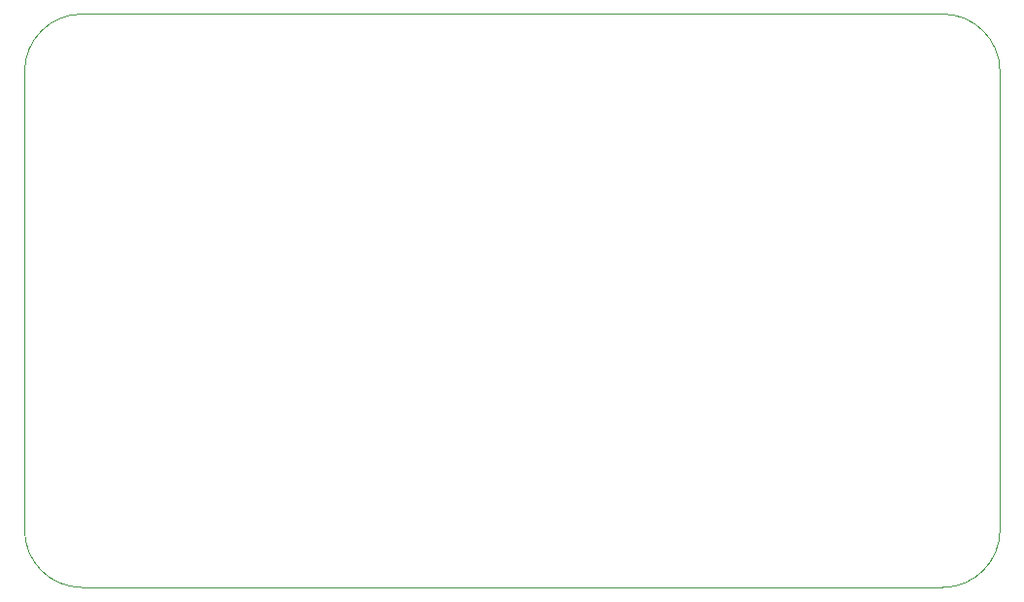
<source format=gbr>
%TF.GenerationSoftware,KiCad,Pcbnew,9.0.0*%
%TF.CreationDate,2025-04-18T20:07:31-05:00*%
%TF.ProjectId,RML,524d4c2e-6b69-4636-9164-5f7063625858,rev?*%
%TF.SameCoordinates,PX3473bc0PY2160ec0*%
%TF.FileFunction,Profile,NP*%
%FSLAX46Y46*%
G04 Gerber Fmt 4.6, Leading zero omitted, Abs format (unit mm)*
G04 Created by KiCad (PCBNEW 9.0.0) date 2025-04-18 20:07:31*
%MOMM*%
%LPD*%
G01*
G04 APERTURE LIST*
%TA.AperFunction,Profile*%
%ADD10C,0.038100*%
%TD*%
G04 APERTURE END LIST*
D10*
X85000000Y-45000000D02*
G75*
G02*
X80000000Y-50000000I-5000000J0D01*
G01*
X80000000Y0D02*
G75*
G02*
X85000000Y-5000000I0J-5000000D01*
G01*
X80000000Y-50000000D02*
X5000000Y-50000000D01*
X85000000Y-5000000D02*
X85000000Y-45000000D01*
X5000000Y-50000000D02*
G75*
G02*
X0Y-45000000I0J5000000D01*
G01*
X0Y-45000000D02*
X0Y-5000000D01*
X0Y-5000000D02*
G75*
G02*
X5000000Y0I5000000J0D01*
G01*
X5000000Y0D02*
X80000000Y0D01*
M02*

</source>
